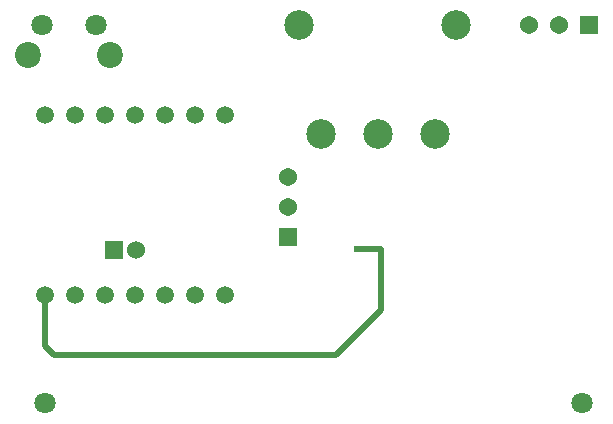
<source format=gbl>
G04 Layer: BottomLayer*
G04 EasyEDA v6.5.44, 2024-08-02 20:28:38*
G04 0ec6a3b83b7b46f2a54e004fb1c0c9c6,2d99afecd3cb4a319326ca3d9e85512b,10*
G04 Gerber Generator version 0.2*
G04 Scale: 100 percent, Rotated: No, Reflected: No *
G04 Dimensions in millimeters *
G04 leading zeros omitted , absolute positions ,4 integer and 5 decimal *
%FSLAX45Y45*%
%MOMM*%

%ADD10C,0.5000*%
%ADD11C,2.5000*%
%ADD12C,1.4999*%
%ADD13C,1.8000*%
%ADD14R,1.5400X1.5400*%
%ADD15C,1.5400*%
%ADD16C,2.2000*%
%ADD17R,1.5240X1.5240*%
%ADD18C,1.5240*%
%ADD19C,0.6200*%

%LPD*%
D10*
X1016000Y6718300D02*
G01*
X1016000Y6286500D01*
X1092200Y6210300D01*
X3479800Y6210300D01*
X3860800Y6591300D01*
X3860800Y7110476D01*
X3657600Y7110476D01*
D11*
G01*
X3355390Y8086089D03*
G01*
X3835400Y8086089D03*
G01*
X4315383Y8086089D03*
G01*
X3170402Y9008084D03*
G01*
X4500397Y9008084D03*
D12*
G01*
X1016000Y6718300D03*
G01*
X2286000Y8242300D03*
G01*
X2032000Y8242300D03*
G01*
X1778000Y8242300D03*
G01*
X1524000Y8242300D03*
G01*
X1270000Y8242300D03*
G01*
X1016000Y8242300D03*
G01*
X2540000Y8242300D03*
G01*
X1270000Y6718300D03*
G01*
X1524000Y6718300D03*
G01*
X1778000Y6718300D03*
G01*
X2032000Y6718300D03*
G01*
X2286000Y6718300D03*
G01*
X2540000Y6718300D03*
D13*
G01*
X1014298Y5803900D03*
G01*
X5564276Y5803900D03*
D14*
G01*
X3073400Y7213498D03*
D15*
G01*
X3073400Y7467498D03*
G01*
X3073400Y7721498D03*
D14*
G01*
X5626201Y9004300D03*
D15*
G01*
X5372201Y9004300D03*
G01*
X5118201Y9004300D03*
D13*
G01*
X1444218Y9004300D03*
G01*
X994206Y9004300D03*
D16*
G01*
X869213Y8750300D03*
G01*
X1569212Y8750300D03*
D17*
G01*
X1600200Y7099300D03*
D18*
G01*
X1790700Y7099300D03*
D19*
G01*
X3657600Y7110476D03*
M02*

</source>
